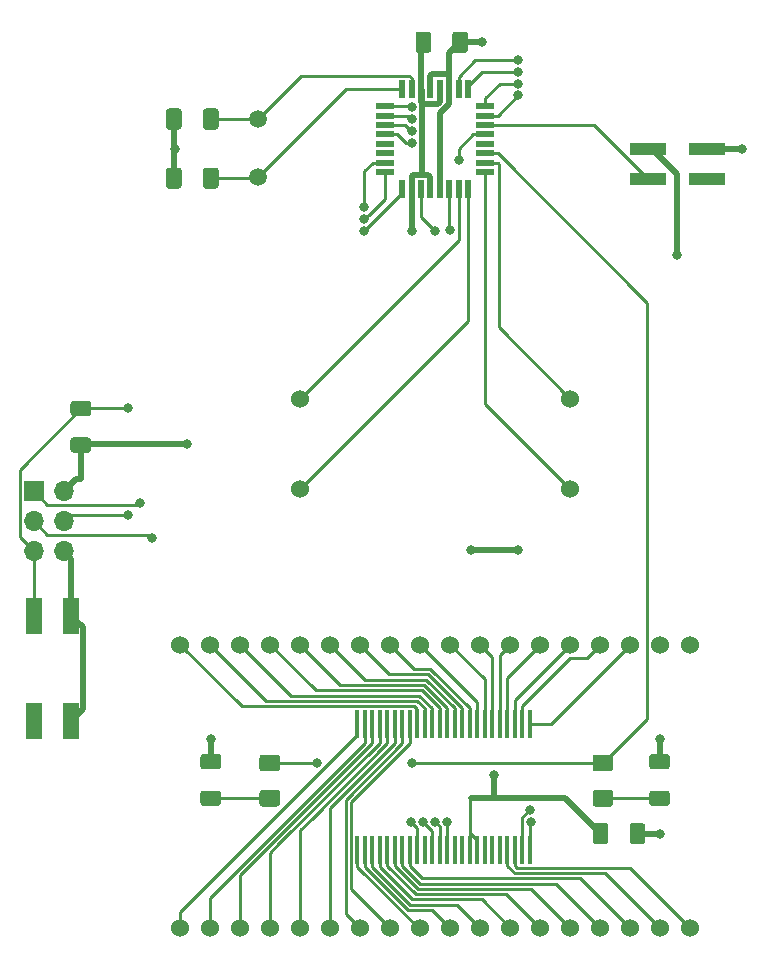
<source format=gbr>
%TF.GenerationSoftware,KiCad,Pcbnew,5.1.10*%
%TF.CreationDate,2021-09-26T09:19:48+10:00*%
%TF.ProjectId,pcb-main,7063622d-6d61-4696-9e2e-6b696361645f,rev?*%
%TF.SameCoordinates,Original*%
%TF.FileFunction,Copper,L1,Top*%
%TF.FilePolarity,Positive*%
%FSLAX46Y46*%
G04 Gerber Fmt 4.6, Leading zero omitted, Abs format (unit mm)*
G04 Created by KiCad (PCBNEW 5.1.10) date 2021-09-26 09:19:48*
%MOMM*%
%LPD*%
G01*
G04 APERTURE LIST*
%TA.AperFunction,SMDPad,CuDef*%
%ADD10R,1.400000X3.100000*%
%TD*%
%TA.AperFunction,ComponentPad*%
%ADD11O,1.700000X1.700000*%
%TD*%
%TA.AperFunction,ComponentPad*%
%ADD12R,1.700000X1.700000*%
%TD*%
%TA.AperFunction,ComponentPad*%
%ADD13C,1.524000*%
%TD*%
%TA.AperFunction,SMDPad,CuDef*%
%ADD14R,0.400000X2.400000*%
%TD*%
%TA.AperFunction,SMDPad,CuDef*%
%ADD15R,3.150000X1.000000*%
%TD*%
%TA.AperFunction,ComponentPad*%
%ADD16C,1.500000*%
%TD*%
%TA.AperFunction,SMDPad,CuDef*%
%ADD17R,1.600000X0.550000*%
%TD*%
%TA.AperFunction,SMDPad,CuDef*%
%ADD18R,0.550000X1.600000*%
%TD*%
%TA.AperFunction,ViaPad*%
%ADD19C,0.800000*%
%TD*%
%TA.AperFunction,Conductor*%
%ADD20C,0.500000*%
%TD*%
%TA.AperFunction,Conductor*%
%ADD21C,0.250000*%
%TD*%
G04 APERTURE END LIST*
D10*
%TO.P,U4,4*%
%TO.N,GND*%
X119200000Y-117450000D03*
%TO.P,U4,2*%
%TO.N,Net-(U4-Pad2)*%
X116000000Y-117450000D03*
%TO.P,U4,1*%
%TO.N,/RESET*%
X116000000Y-108550000D03*
%TO.P,U4,3*%
%TO.N,GND*%
X119200000Y-108550000D03*
%TD*%
D11*
%TO.P,J1,6*%
%TO.N,GND*%
X118540000Y-103080000D03*
%TO.P,J1,5*%
%TO.N,/RESET*%
X116000000Y-103080000D03*
%TO.P,J1,4*%
%TO.N,/PB3*%
X118540000Y-100540000D03*
%TO.P,J1,3*%
%TO.N,/PB5*%
X116000000Y-100540000D03*
%TO.P,J1,2*%
%TO.N,+5V*%
X118540000Y-98000000D03*
D12*
%TO.P,J1,1*%
%TO.N,/PB4*%
X116000000Y-98000000D03*
%TD*%
D13*
%TO.P,U3,36*%
%TO.N,/SEG16*%
X128410880Y-111027040D03*
%TO.P,U3,35*%
%TO.N,/SEG17*%
X130950880Y-111027040D03*
%TO.P,U3,34*%
%TO.N,/SEG18*%
X133490880Y-111027040D03*
%TO.P,U3,33*%
%TO.N,/SEG19*%
X136030880Y-111027040D03*
%TO.P,U3,32*%
%TO.N,/SEG20*%
X138570880Y-111027040D03*
%TO.P,U3,31*%
%TO.N,/SEG21*%
X141110880Y-111027040D03*
%TO.P,U3,30*%
%TO.N,/SEG22*%
X143650880Y-111027040D03*
%TO.P,U3,29*%
%TO.N,/SEG23*%
X146190880Y-111027040D03*
%TO.P,U3,28*%
%TO.N,/SEG24*%
X148730880Y-111027040D03*
%TO.P,U3,27*%
%TO.N,/SEG25*%
X151270880Y-111027040D03*
%TO.P,U3,26*%
%TO.N,/SEG26*%
X153810880Y-111027040D03*
%TO.P,U3,25*%
%TO.N,/SEG27*%
X156350880Y-111027040D03*
%TO.P,U3,24*%
%TO.N,/SEG28*%
X158890880Y-111027040D03*
%TO.P,U3,23*%
%TO.N,/SEG29*%
X161430880Y-111027040D03*
%TO.P,U3,22*%
%TO.N,/SEG30*%
X163970880Y-111027040D03*
%TO.P,U3,21*%
%TO.N,/SEG31*%
X166510880Y-111027040D03*
%TO.P,U3,20*%
%TO.N,/COM2*%
X169050880Y-111027040D03*
%TO.P,U3,19*%
%TO.N,/COM3*%
X171590880Y-111027040D03*
%TO.P,U3,18*%
%TO.N,/COM1*%
X171590880Y-135000000D03*
%TO.P,U3,17*%
%TO.N,/COM0*%
X169050880Y-135000000D03*
%TO.P,U3,16*%
%TO.N,/SEG0*%
X166510880Y-135000000D03*
%TO.P,U3,15*%
%TO.N,/SEG1*%
X163970880Y-135000000D03*
%TO.P,U3,14*%
%TO.N,/SEG2*%
X161430880Y-135000000D03*
%TO.P,U3,13*%
%TO.N,/SEG3*%
X158890880Y-135000000D03*
%TO.P,U3,12*%
%TO.N,/SEG4*%
X156350880Y-135000000D03*
%TO.P,U3,11*%
%TO.N,/SEG5*%
X153810880Y-135000000D03*
%TO.P,U3,10*%
%TO.N,/SEG6*%
X151270880Y-135000000D03*
%TO.P,U3,9*%
%TO.N,/SEG7*%
X148730880Y-135000000D03*
%TO.P,U3,8*%
%TO.N,/SEG15*%
X146190880Y-135000000D03*
%TO.P,U3,7*%
%TO.N,/SEG14*%
X143650880Y-135000000D03*
%TO.P,U3,6*%
%TO.N,/SEG13*%
X141110880Y-135000000D03*
%TO.P,U3,5*%
%TO.N,/SEG12*%
X138570880Y-135000000D03*
%TO.P,U3,4*%
%TO.N,/SEG11*%
X136030880Y-135000000D03*
%TO.P,U3,3*%
%TO.N,/SEG10*%
X133490880Y-135000000D03*
%TO.P,U3,2*%
%TO.N,/SEG9*%
X130950880Y-135000000D03*
%TO.P,U3,1*%
%TO.N,/SEG8*%
X128410880Y-135000000D03*
%TD*%
D14*
%TO.P,U2,1*%
%TO.N,/SEG7*%
X143397500Y-128350000D03*
%TO.P,U2,2*%
%TO.N,/SEG6*%
X144032500Y-128350000D03*
%TO.P,U2,3*%
%TO.N,/SEG5*%
X144667500Y-128350000D03*
%TO.P,U2,4*%
%TO.N,/SEG4*%
X145302500Y-128350000D03*
%TO.P,U2,5*%
%TO.N,/SEG3*%
X145937500Y-128350000D03*
%TO.P,U2,6*%
%TO.N,/SEG2*%
X146572500Y-128350000D03*
%TO.P,U2,7*%
%TO.N,/SEG1*%
X147207500Y-128350000D03*
%TO.P,U2,8*%
%TO.N,/SEG0*%
X147842500Y-128350000D03*
%TO.P,U2,9*%
%TO.N,/PB3*%
X148477500Y-128350000D03*
%TO.P,U2,10*%
%TO.N,Net-(U2-Pad10)*%
X149112500Y-128350000D03*
%TO.P,U2,11*%
%TO.N,/PB4*%
X149747500Y-128350000D03*
%TO.P,U2,12*%
%TO.N,/PB5*%
X150382500Y-128350000D03*
%TO.P,U2,13*%
%TO.N,GND*%
X151017500Y-128350000D03*
%TO.P,U2,14*%
%TO.N,Net-(U2-Pad14)*%
X151652500Y-128350000D03*
%TO.P,U2,15*%
%TO.N,Net-(U2-Pad15)*%
X152287500Y-128350000D03*
%TO.P,U2,16*%
%TO.N,+5V*%
X152922500Y-128350000D03*
%TO.P,U2,17*%
X153557500Y-128350000D03*
%TO.P,U2,18*%
%TO.N,Net-(U2-Pad18)*%
X154192500Y-128350000D03*
%TO.P,U2,19*%
%TO.N,Net-(U2-Pad19)*%
X154827500Y-128350000D03*
%TO.P,U2,20*%
%TO.N,Net-(U2-Pad20)*%
X155462500Y-128350000D03*
%TO.P,U2,21*%
%TO.N,/COM0*%
X156097500Y-128350000D03*
%TO.P,U2,22*%
%TO.N,/COM1*%
X156732500Y-128350000D03*
%TO.P,U2,23*%
%TO.N,/COM2*%
X157367500Y-128350000D03*
%TO.P,U2,24*%
%TO.N,/COM3*%
X158002500Y-128350000D03*
%TO.P,U2,25*%
%TO.N,/SEG31*%
X158002500Y-117750000D03*
%TO.P,U2,26*%
%TO.N,/SEG30*%
X157367500Y-117750000D03*
%TO.P,U2,27*%
%TO.N,/SEG29*%
X156732500Y-117750000D03*
%TO.P,U2,28*%
%TO.N,/SEG28*%
X156097500Y-117750000D03*
%TO.P,U2,29*%
%TO.N,/SEG27*%
X155462500Y-117750000D03*
%TO.P,U2,30*%
%TO.N,/SEG26*%
X154827500Y-117750000D03*
%TO.P,U2,31*%
%TO.N,/SEG25*%
X154192500Y-117750000D03*
%TO.P,U2,32*%
%TO.N,/SEG24*%
X153557500Y-117750000D03*
%TO.P,U2,33*%
%TO.N,/SEG23*%
X152922500Y-117750000D03*
%TO.P,U2,34*%
%TO.N,/SEG22*%
X152287500Y-117750000D03*
%TO.P,U2,35*%
%TO.N,/SEG21*%
X151652500Y-117750000D03*
%TO.P,U2,36*%
%TO.N,/SEG20*%
X151017500Y-117750000D03*
%TO.P,U2,37*%
%TO.N,/SEG19*%
X150382500Y-117750000D03*
%TO.P,U2,38*%
%TO.N,/SEG18*%
X149747500Y-117750000D03*
%TO.P,U2,39*%
%TO.N,/SEG17*%
X149112500Y-117750000D03*
%TO.P,U2,40*%
%TO.N,/SEG16*%
X148477500Y-117750000D03*
%TO.P,U2,41*%
%TO.N,/SEG15*%
X147842500Y-117750000D03*
%TO.P,U2,42*%
%TO.N,/SEG14*%
X147207500Y-117750000D03*
%TO.P,U2,43*%
%TO.N,/SEG13*%
X146572500Y-117750000D03*
%TO.P,U2,44*%
%TO.N,/SEG12*%
X145937500Y-117750000D03*
%TO.P,U2,45*%
%TO.N,/SEG11*%
X145302500Y-117750000D03*
%TO.P,U2,46*%
%TO.N,/SEG10*%
X144667500Y-117750000D03*
%TO.P,U2,47*%
%TO.N,/SEG9*%
X144032500Y-117750000D03*
%TO.P,U2,48*%
%TO.N,/SEG8*%
X143397500Y-117750000D03*
%TD*%
D15*
%TO.P,J3,4*%
%TO.N,Net-(J3-Pad4)*%
X173050000Y-71540000D03*
%TO.P,J3,3*%
%TO.N,/PD0*%
X168000000Y-71540000D03*
%TO.P,J3,2*%
%TO.N,GND*%
X173050000Y-69000000D03*
%TO.P,J3,1*%
%TO.N,+5V*%
X168000000Y-69000000D03*
%TD*%
D13*
%TO.P,M1,4*%
%TO.N,/MOT_4*%
X161430000Y-97810000D03*
%TO.P,M1,3*%
%TO.N,/MOT_3*%
X161430000Y-90190000D03*
%TO.P,M1,2*%
%TO.N,/MOT_2*%
X138570000Y-90190000D03*
%TO.P,M1,1*%
%TO.N,/MOT_1*%
X138570000Y-97810000D03*
%TD*%
%TO.P,C4,2*%
%TO.N,GND*%
%TA.AperFunction,SMDPad,CuDef*%
G36*
G01*
X166462500Y-127650001D02*
X166462500Y-126349999D01*
G75*
G02*
X166712499Y-126100000I249999J0D01*
G01*
X167537501Y-126100000D01*
G75*
G02*
X167787500Y-126349999I0J-249999D01*
G01*
X167787500Y-127650001D01*
G75*
G02*
X167537501Y-127900000I-249999J0D01*
G01*
X166712499Y-127900000D01*
G75*
G02*
X166462500Y-127650001I0J249999D01*
G01*
G37*
%TD.AperFunction*%
%TO.P,C4,1*%
%TO.N,+5V*%
%TA.AperFunction,SMDPad,CuDef*%
G36*
G01*
X163337500Y-127650001D02*
X163337500Y-126349999D01*
G75*
G02*
X163587499Y-126100000I249999J0D01*
G01*
X164412501Y-126100000D01*
G75*
G02*
X164662500Y-126349999I0J-249999D01*
G01*
X164662500Y-127650001D01*
G75*
G02*
X164412501Y-127900000I-249999J0D01*
G01*
X163587499Y-127900000D01*
G75*
G02*
X163337500Y-127650001I0J249999D01*
G01*
G37*
%TD.AperFunction*%
%TD*%
D16*
%TO.P,Y1,2*%
%TO.N,/XTAL2*%
X135000000Y-71380000D03*
%TO.P,Y1,1*%
%TO.N,/XTAL1*%
X135000000Y-66500000D03*
%TD*%
%TO.P,R7,2*%
%TO.N,+5V*%
%TA.AperFunction,SMDPad,CuDef*%
G36*
G01*
X119375000Y-93450000D02*
X120625000Y-93450000D01*
G75*
G02*
X120875000Y-93700000I0J-250000D01*
G01*
X120875000Y-94500000D01*
G75*
G02*
X120625000Y-94750000I-250000J0D01*
G01*
X119375000Y-94750000D01*
G75*
G02*
X119125000Y-94500000I0J250000D01*
G01*
X119125000Y-93700000D01*
G75*
G02*
X119375000Y-93450000I250000J0D01*
G01*
G37*
%TD.AperFunction*%
%TO.P,R7,1*%
%TO.N,/RESET*%
%TA.AperFunction,SMDPad,CuDef*%
G36*
G01*
X119375000Y-90350000D02*
X120625000Y-90350000D01*
G75*
G02*
X120875000Y-90600000I0J-250000D01*
G01*
X120875000Y-91400000D01*
G75*
G02*
X120625000Y-91650000I-250000J0D01*
G01*
X119375000Y-91650000D01*
G75*
G02*
X119125000Y-91400000I0J250000D01*
G01*
X119125000Y-90600000D01*
G75*
G02*
X119375000Y-90350000I250000J0D01*
G01*
G37*
%TD.AperFunction*%
%TD*%
%TO.P,C3,2*%
%TO.N,GND*%
%TA.AperFunction,SMDPad,CuDef*%
G36*
G01*
X128537500Y-70849999D02*
X128537500Y-72150001D01*
G75*
G02*
X128287501Y-72400000I-249999J0D01*
G01*
X127462499Y-72400000D01*
G75*
G02*
X127212500Y-72150001I0J249999D01*
G01*
X127212500Y-70849999D01*
G75*
G02*
X127462499Y-70600000I249999J0D01*
G01*
X128287501Y-70600000D01*
G75*
G02*
X128537500Y-70849999I0J-249999D01*
G01*
G37*
%TD.AperFunction*%
%TO.P,C3,1*%
%TO.N,/XTAL2*%
%TA.AperFunction,SMDPad,CuDef*%
G36*
G01*
X131662500Y-70849999D02*
X131662500Y-72150001D01*
G75*
G02*
X131412501Y-72400000I-249999J0D01*
G01*
X130587499Y-72400000D01*
G75*
G02*
X130337500Y-72150001I0J249999D01*
G01*
X130337500Y-70849999D01*
G75*
G02*
X130587499Y-70600000I249999J0D01*
G01*
X131412501Y-70600000D01*
G75*
G02*
X131662500Y-70849999I0J-249999D01*
G01*
G37*
%TD.AperFunction*%
%TD*%
%TO.P,C2,2*%
%TO.N,GND*%
%TA.AperFunction,SMDPad,CuDef*%
G36*
G01*
X128537500Y-65849999D02*
X128537500Y-67150001D01*
G75*
G02*
X128287501Y-67400000I-249999J0D01*
G01*
X127462499Y-67400000D01*
G75*
G02*
X127212500Y-67150001I0J249999D01*
G01*
X127212500Y-65849999D01*
G75*
G02*
X127462499Y-65600000I249999J0D01*
G01*
X128287501Y-65600000D01*
G75*
G02*
X128537500Y-65849999I0J-249999D01*
G01*
G37*
%TD.AperFunction*%
%TO.P,C2,1*%
%TO.N,/XTAL1*%
%TA.AperFunction,SMDPad,CuDef*%
G36*
G01*
X131662500Y-65849999D02*
X131662500Y-67150001D01*
G75*
G02*
X131412501Y-67400000I-249999J0D01*
G01*
X130587499Y-67400000D01*
G75*
G02*
X130337500Y-67150001I0J249999D01*
G01*
X130337500Y-65849999D01*
G75*
G02*
X130587499Y-65600000I249999J0D01*
G01*
X131412501Y-65600000D01*
G75*
G02*
X131662500Y-65849999I0J-249999D01*
G01*
G37*
%TD.AperFunction*%
%TD*%
%TO.P,C1,2*%
%TO.N,GND*%
%TA.AperFunction,SMDPad,CuDef*%
G36*
G01*
X151462500Y-60650001D02*
X151462500Y-59349999D01*
G75*
G02*
X151712499Y-59100000I249999J0D01*
G01*
X152537501Y-59100000D01*
G75*
G02*
X152787500Y-59349999I0J-249999D01*
G01*
X152787500Y-60650001D01*
G75*
G02*
X152537501Y-60900000I-249999J0D01*
G01*
X151712499Y-60900000D01*
G75*
G02*
X151462500Y-60650001I0J249999D01*
G01*
G37*
%TD.AperFunction*%
%TO.P,C1,1*%
%TO.N,+5V*%
%TA.AperFunction,SMDPad,CuDef*%
G36*
G01*
X148337500Y-60650001D02*
X148337500Y-59349999D01*
G75*
G02*
X148587499Y-59100000I249999J0D01*
G01*
X149412501Y-59100000D01*
G75*
G02*
X149662500Y-59349999I0J-249999D01*
G01*
X149662500Y-60650001D01*
G75*
G02*
X149412501Y-60900000I-249999J0D01*
G01*
X148587499Y-60900000D01*
G75*
G02*
X148337500Y-60650001I0J249999D01*
G01*
G37*
%TD.AperFunction*%
%TD*%
%TO.P,R6,2*%
%TO.N,GND*%
%TA.AperFunction,SMDPad,CuDef*%
G36*
G01*
X169625000Y-121550000D02*
X168375000Y-121550000D01*
G75*
G02*
X168125000Y-121300000I0J250000D01*
G01*
X168125000Y-120500000D01*
G75*
G02*
X168375000Y-120250000I250000J0D01*
G01*
X169625000Y-120250000D01*
G75*
G02*
X169875000Y-120500000I0J-250000D01*
G01*
X169875000Y-121300000D01*
G75*
G02*
X169625000Y-121550000I-250000J0D01*
G01*
G37*
%TD.AperFunction*%
%TO.P,R6,1*%
%TO.N,Net-(D14-Pad1)*%
%TA.AperFunction,SMDPad,CuDef*%
G36*
G01*
X169625000Y-124650000D02*
X168375000Y-124650000D01*
G75*
G02*
X168125000Y-124400000I0J250000D01*
G01*
X168125000Y-123600000D01*
G75*
G02*
X168375000Y-123350000I250000J0D01*
G01*
X169625000Y-123350000D01*
G75*
G02*
X169875000Y-123600000I0J-250000D01*
G01*
X169875000Y-124400000D01*
G75*
G02*
X169625000Y-124650000I-250000J0D01*
G01*
G37*
%TD.AperFunction*%
%TD*%
%TO.P,R3,2*%
%TO.N,GND*%
%TA.AperFunction,SMDPad,CuDef*%
G36*
G01*
X131625000Y-121550000D02*
X130375000Y-121550000D01*
G75*
G02*
X130125000Y-121300000I0J250000D01*
G01*
X130125000Y-120500000D01*
G75*
G02*
X130375000Y-120250000I250000J0D01*
G01*
X131625000Y-120250000D01*
G75*
G02*
X131875000Y-120500000I0J-250000D01*
G01*
X131875000Y-121300000D01*
G75*
G02*
X131625000Y-121550000I-250000J0D01*
G01*
G37*
%TD.AperFunction*%
%TO.P,R3,1*%
%TO.N,Net-(D11-Pad1)*%
%TA.AperFunction,SMDPad,CuDef*%
G36*
G01*
X131625000Y-124650000D02*
X130375000Y-124650000D01*
G75*
G02*
X130125000Y-124400000I0J250000D01*
G01*
X130125000Y-123600000D01*
G75*
G02*
X130375000Y-123350000I250000J0D01*
G01*
X131625000Y-123350000D01*
G75*
G02*
X131875000Y-123600000I0J-250000D01*
G01*
X131875000Y-124400000D01*
G75*
G02*
X131625000Y-124650000I-250000J0D01*
G01*
G37*
%TD.AperFunction*%
%TD*%
%TO.P,D14,2*%
%TO.N,/BACKLIGHT_LED*%
%TA.AperFunction,SMDPad,CuDef*%
G36*
G01*
X164825000Y-121737500D02*
X163575000Y-121737500D01*
G75*
G02*
X163325000Y-121487500I0J250000D01*
G01*
X163325000Y-120562500D01*
G75*
G02*
X163575000Y-120312500I250000J0D01*
G01*
X164825000Y-120312500D01*
G75*
G02*
X165075000Y-120562500I0J-250000D01*
G01*
X165075000Y-121487500D01*
G75*
G02*
X164825000Y-121737500I-250000J0D01*
G01*
G37*
%TD.AperFunction*%
%TO.P,D14,1*%
%TO.N,Net-(D14-Pad1)*%
%TA.AperFunction,SMDPad,CuDef*%
G36*
G01*
X164825000Y-124712500D02*
X163575000Y-124712500D01*
G75*
G02*
X163325000Y-124462500I0J250000D01*
G01*
X163325000Y-123537500D01*
G75*
G02*
X163575000Y-123287500I250000J0D01*
G01*
X164825000Y-123287500D01*
G75*
G02*
X165075000Y-123537500I0J-250000D01*
G01*
X165075000Y-124462500D01*
G75*
G02*
X164825000Y-124712500I-250000J0D01*
G01*
G37*
%TD.AperFunction*%
%TD*%
%TO.P,D11,2*%
%TO.N,/BACKLIGHT_LED*%
%TA.AperFunction,SMDPad,CuDef*%
G36*
G01*
X136625000Y-121737500D02*
X135375000Y-121737500D01*
G75*
G02*
X135125000Y-121487500I0J250000D01*
G01*
X135125000Y-120562500D01*
G75*
G02*
X135375000Y-120312500I250000J0D01*
G01*
X136625000Y-120312500D01*
G75*
G02*
X136875000Y-120562500I0J-250000D01*
G01*
X136875000Y-121487500D01*
G75*
G02*
X136625000Y-121737500I-250000J0D01*
G01*
G37*
%TD.AperFunction*%
%TO.P,D11,1*%
%TO.N,Net-(D11-Pad1)*%
%TA.AperFunction,SMDPad,CuDef*%
G36*
G01*
X136625000Y-124712500D02*
X135375000Y-124712500D01*
G75*
G02*
X135125000Y-124462500I0J250000D01*
G01*
X135125000Y-123537500D01*
G75*
G02*
X135375000Y-123287500I250000J0D01*
G01*
X136625000Y-123287500D01*
G75*
G02*
X136875000Y-123537500I0J-250000D01*
G01*
X136875000Y-124462500D01*
G75*
G02*
X136625000Y-124712500I-250000J0D01*
G01*
G37*
%TD.AperFunction*%
%TD*%
D17*
%TO.P,U1,32*%
%TO.N,/PD2*%
X154250000Y-65400000D03*
%TO.P,U1,31*%
%TO.N,/PD1*%
X154250000Y-66200000D03*
%TO.P,U1,30*%
%TO.N,/PD0*%
X154250000Y-67000000D03*
%TO.P,U1,29*%
%TO.N,/RESET*%
X154250000Y-67800000D03*
%TO.P,U1,28*%
%TO.N,Net-(U1-Pad28)*%
X154250000Y-68600000D03*
%TO.P,U1,27*%
%TO.N,/BACKLIGHT_LED*%
X154250000Y-69400000D03*
%TO.P,U1,26*%
%TO.N,/MOT_3*%
X154250000Y-70200000D03*
%TO.P,U1,25*%
%TO.N,/MOT_4*%
X154250000Y-71000000D03*
D18*
%TO.P,U1,24*%
%TO.N,/MOT_1*%
X152800000Y-72450000D03*
%TO.P,U1,23*%
%TO.N,/MOT_2*%
X152000000Y-72450000D03*
%TO.P,U1,22*%
%TO.N,/ADC7*%
X151200000Y-72450000D03*
%TO.P,U1,21*%
%TO.N,GND*%
X150400000Y-72450000D03*
%TO.P,U1,20*%
%TO.N,+5V*%
X149600000Y-72450000D03*
%TO.P,U1,19*%
%TO.N,/ADC6*%
X148800000Y-72450000D03*
%TO.P,U1,18*%
%TO.N,+5V*%
X148000000Y-72450000D03*
%TO.P,U1,17*%
%TO.N,/PB5*%
X147200000Y-72450000D03*
D17*
%TO.P,U1,16*%
%TO.N,/PB4*%
X145750000Y-71000000D03*
%TO.P,U1,15*%
%TO.N,/PB3*%
X145750000Y-70200000D03*
%TO.P,U1,14*%
%TO.N,Net-(U1-Pad14)*%
X145750000Y-69400000D03*
%TO.P,U1,13*%
%TO.N,Net-(U1-Pad13)*%
X145750000Y-68600000D03*
%TO.P,U1,12*%
%TO.N,/PB0*%
X145750000Y-67800000D03*
%TO.P,U1,11*%
%TO.N,/PD7*%
X145750000Y-67000000D03*
%TO.P,U1,10*%
%TO.N,/PD6*%
X145750000Y-66200000D03*
%TO.P,U1,9*%
%TO.N,/PD5*%
X145750000Y-65400000D03*
D18*
%TO.P,U1,8*%
%TO.N,/XTAL2*%
X147200000Y-63950000D03*
%TO.P,U1,7*%
%TO.N,/XTAL1*%
X148000000Y-63950000D03*
%TO.P,U1,6*%
%TO.N,+5V*%
X148800000Y-63950000D03*
%TO.P,U1,5*%
%TO.N,GND*%
X149600000Y-63950000D03*
%TO.P,U1,4*%
%TO.N,+5V*%
X150400000Y-63950000D03*
%TO.P,U1,3*%
%TO.N,GND*%
X151200000Y-63950000D03*
%TO.P,U1,2*%
%TO.N,/PD4*%
X152000000Y-63950000D03*
%TO.P,U1,1*%
%TO.N,/PD3*%
X152800000Y-63950000D03*
%TD*%
D19*
%TO.N,+5V*%
X148000000Y-76000000D03*
X170500000Y-78000000D03*
X129000000Y-94000000D03*
X155000000Y-122000000D03*
%TO.N,GND*%
X154000000Y-60000000D03*
X169000000Y-127000000D03*
X169000000Y-119000000D03*
X131000000Y-119000000D03*
X151013270Y-125999766D03*
X128000000Y-69000000D03*
X157000000Y-103000000D03*
X153000000Y-103000000D03*
X176000000Y-69000000D03*
%TO.N,/RESET*%
X152000000Y-70000000D03*
X124000000Y-91000000D03*
%TO.N,/COM3*%
X158092500Y-126012653D03*
%TO.N,/COM2*%
X158000000Y-125000000D03*
%TO.N,/BACKLIGHT_LED*%
X140000000Y-121000000D03*
X148000000Y-121000000D03*
%TO.N,/PB3*%
X147987347Y-126012653D03*
X124000000Y-100000000D03*
X143994204Y-73978197D03*
%TO.N,/PB5*%
X150012653Y-125987347D03*
X126000000Y-102000000D03*
X144000000Y-76000000D03*
%TO.N,/PB4*%
X149000000Y-126000000D03*
X143987347Y-74987347D03*
X125000000Y-99000000D03*
%TO.N,/ADC6*%
X150000000Y-76000000D03*
%TO.N,/ADC7*%
X151275000Y-75922264D03*
%TO.N,/PB0*%
X148000000Y-68500000D03*
%TO.N,/PD1*%
X157000000Y-64500000D03*
%TO.N,/PD7*%
X148000000Y-67500000D03*
%TO.N,/PD2*%
X157000000Y-63500000D03*
%TO.N,/PD6*%
X148000000Y-66500000D03*
%TO.N,/PD3*%
X157000000Y-62500000D03*
%TO.N,/PD5*%
X148000000Y-65500000D03*
%TO.N,/PD4*%
X157000000Y-61500000D03*
%TD*%
D20*
%TO.N,+5V*%
X148800000Y-60200000D02*
X149000000Y-60000000D01*
X148800000Y-63950000D02*
X148800000Y-60200000D01*
X150400000Y-65035002D02*
X150400000Y-63950000D01*
X150235001Y-65200001D02*
X150400000Y-65035002D01*
X148964999Y-65200001D02*
X150235001Y-65200001D01*
X148800000Y-65035002D02*
X148964999Y-65200001D01*
X148800000Y-63950000D02*
X148800000Y-65035002D01*
X148000000Y-71364998D02*
X148000000Y-72450000D01*
X148164999Y-71199999D02*
X148000000Y-71364998D01*
X149600000Y-71364998D02*
X149435001Y-71199999D01*
X149600000Y-72450000D02*
X149600000Y-71364998D01*
X148850001Y-71149999D02*
X148800001Y-71199999D01*
X148850001Y-64000001D02*
X148850001Y-71149999D01*
X148800000Y-63950000D02*
X148850001Y-64000001D01*
X148800001Y-71199999D02*
X148164999Y-71199999D01*
X149435001Y-71199999D02*
X148800001Y-71199999D01*
X148000000Y-76000000D02*
X148000000Y-72450000D01*
X161000000Y-124000000D02*
X164000000Y-127000000D01*
D21*
X152922500Y-124077500D02*
X153000000Y-124000000D01*
X153557500Y-127557500D02*
X152922500Y-126922500D01*
X153557500Y-127750000D02*
X153557500Y-127557500D01*
X152922500Y-126922500D02*
X152922500Y-124077500D01*
X152922500Y-127750000D02*
X152922500Y-126922500D01*
D20*
X120000000Y-94100000D02*
X120000000Y-96970000D01*
X168345002Y-69000000D02*
X168000000Y-69000000D01*
X170500000Y-71154998D02*
X168345002Y-69000000D01*
X170500000Y-78000000D02*
X170500000Y-71154998D01*
X119570000Y-96970000D02*
X118540000Y-98000000D01*
X120000000Y-96970000D02*
X119570000Y-96970000D01*
X155000000Y-122000000D02*
X155000000Y-124000000D01*
X155000000Y-124000000D02*
X161000000Y-124000000D01*
X153000000Y-124000000D02*
X155000000Y-124000000D01*
X120100000Y-94000000D02*
X120000000Y-94100000D01*
X129000000Y-94000000D02*
X120100000Y-94000000D01*
%TO.N,GND*%
X151200000Y-62864998D02*
X151200000Y-63950000D01*
X151035001Y-62699999D02*
X151200000Y-62864998D01*
X149764999Y-62699999D02*
X151035001Y-62699999D01*
X149600000Y-62864998D02*
X149764999Y-62699999D01*
X149600000Y-63950000D02*
X149600000Y-62864998D01*
X151200000Y-60925000D02*
X152125000Y-60000000D01*
X151200000Y-63950000D02*
X151200000Y-60925000D01*
X151200000Y-65224965D02*
X151200000Y-63950000D01*
X150400000Y-66024965D02*
X151200000Y-65224965D01*
X150400000Y-72450000D02*
X150400000Y-66024965D01*
X152125000Y-60000000D02*
X154000000Y-60000000D01*
X167125000Y-127000000D02*
X169000000Y-127000000D01*
X169000000Y-120900000D02*
X169000000Y-119000000D01*
X131000000Y-120900000D02*
X131000000Y-119000000D01*
D21*
X151017500Y-126003996D02*
X151013270Y-125999766D01*
X151017500Y-127750000D02*
X151017500Y-126003996D01*
D20*
X127875000Y-69125000D02*
X128000000Y-69000000D01*
X127875000Y-71500000D02*
X127875000Y-69125000D01*
X127875000Y-69125000D02*
X127875000Y-66500000D01*
X157000000Y-103000000D02*
X153000000Y-103000000D01*
X120186013Y-109536013D02*
X119200000Y-108550000D01*
X120186013Y-116463987D02*
X120186013Y-109536013D01*
X119200000Y-117450000D02*
X120186013Y-116463987D01*
X119200000Y-103740000D02*
X118540000Y-103080000D01*
X119200000Y-108550000D02*
X119200000Y-103740000D01*
X173050000Y-69000000D02*
X176000000Y-69000000D01*
D21*
%TO.N,/RESET*%
X152000000Y-69000000D02*
X152000000Y-70000000D01*
X153200000Y-67800000D02*
X152000000Y-69000000D01*
X154250000Y-67800000D02*
X153200000Y-67800000D01*
X120000000Y-91000000D02*
X124000000Y-91000000D01*
X114824999Y-96175001D02*
X114824999Y-101904999D01*
X114824999Y-101904999D02*
X116000000Y-103080000D01*
X120000000Y-91000000D02*
X114824999Y-96175001D01*
X116000000Y-108550000D02*
X116000000Y-103080000D01*
%TO.N,/SEG8*%
X143397500Y-118675502D02*
X143397500Y-118350000D01*
X128410880Y-133662122D02*
X143397500Y-118675502D01*
X128410880Y-135000000D02*
X128410880Y-133662122D01*
%TO.N,/SEG9*%
X144032500Y-118100000D02*
X144032500Y-119329748D01*
X130950880Y-132411368D02*
X131681124Y-131681124D01*
X130950880Y-135000000D02*
X130950880Y-132411368D01*
X144032500Y-119329748D02*
X131681124Y-131681124D01*
%TO.N,/SEG10*%
X144667500Y-118100000D02*
X144667500Y-119331158D01*
X133490880Y-130507778D02*
X133999329Y-129999329D01*
X133490880Y-135000000D02*
X133490880Y-130507778D01*
X144667500Y-119331158D02*
X133999329Y-129999329D01*
%TO.N,/SEG11*%
X145302500Y-118100000D02*
X145302500Y-119332568D01*
X136030880Y-128604188D02*
X136817534Y-127817534D01*
X136030880Y-135000000D02*
X136030880Y-128604188D01*
X145302500Y-119332568D02*
X136817534Y-127817534D01*
%TO.N,/SEG12*%
X145937500Y-118100000D02*
X145937500Y-119333978D01*
X138570880Y-126700598D02*
X139635739Y-125635739D01*
X138570880Y-135000000D02*
X138570880Y-126700598D01*
X145937500Y-119333978D02*
X139635739Y-125635739D01*
%TO.N,/SEG13*%
X146572500Y-118100000D02*
X146572500Y-119335388D01*
X141110880Y-124797008D02*
X141953944Y-123953944D01*
X141110880Y-135000000D02*
X141110880Y-124797008D01*
X146572500Y-119335388D02*
X141953944Y-123953944D01*
%TO.N,/SEG14*%
X142422489Y-124121809D02*
X142422489Y-132976569D01*
X147207500Y-119336798D02*
X142422489Y-124121809D01*
X147207500Y-118100000D02*
X147207500Y-119336798D01*
X142422489Y-133771609D02*
X142422489Y-132976569D01*
X143650880Y-135000000D02*
X142422489Y-133771609D01*
%TO.N,/SEG15*%
X147842500Y-119338208D02*
X142872499Y-124308209D01*
X147842500Y-118100000D02*
X147842500Y-119338208D01*
X142872499Y-131681619D02*
X142872499Y-130872499D01*
X146190880Y-135000000D02*
X142872499Y-131681619D01*
X142872499Y-124308209D02*
X142872499Y-130872499D01*
%TO.N,/SEG16*%
X128410880Y-111027040D02*
X133608839Y-116224999D01*
X148477500Y-116477500D02*
X148477500Y-117750000D01*
X148224999Y-116224999D02*
X148477500Y-116477500D01*
X133608839Y-116224999D02*
X148224999Y-116224999D01*
%TO.N,/SEG17*%
X130950880Y-111027040D02*
X135698829Y-115774989D01*
X149112500Y-116399998D02*
X149112500Y-117750000D01*
X148487491Y-115774989D02*
X149112500Y-116399998D01*
X135698829Y-115774989D02*
X148487491Y-115774989D01*
%TO.N,/SEG18*%
X133490880Y-111027040D02*
X137788819Y-115324979D01*
X149747500Y-116398588D02*
X149747500Y-117750000D01*
X148673892Y-115324980D02*
X149747500Y-116398588D01*
X137788819Y-115324979D02*
X148673892Y-115324980D01*
%TO.N,/SEG19*%
X136030880Y-111027040D02*
X139878810Y-114874970D01*
X150382500Y-116397178D02*
X150382500Y-117750000D01*
X148860293Y-114874971D02*
X150382500Y-116397178D01*
X139878810Y-114874970D02*
X148860293Y-114874971D01*
%TO.N,/SEG20*%
X138570880Y-111027040D02*
X141968801Y-114424961D01*
X151017500Y-116395768D02*
X151017500Y-117750000D01*
X149046694Y-114424962D02*
X151017500Y-116395768D01*
X141968801Y-114424961D02*
X149046694Y-114424962D01*
%TO.N,/SEG21*%
X141110880Y-111027040D02*
X144058792Y-113974952D01*
X144058792Y-113974952D02*
X149233095Y-113974953D01*
X151652500Y-116394358D02*
X151652500Y-117750000D01*
X149233095Y-113974953D02*
X151652500Y-116394358D01*
%TO.N,/SEG22*%
X143650880Y-111027040D02*
X146123840Y-113500000D01*
X149024943Y-113524943D02*
X149419496Y-113524944D01*
X149000000Y-113500000D02*
X149024943Y-113524943D01*
X146123840Y-113500000D02*
X149000000Y-113500000D01*
X152287500Y-116392948D02*
X152287500Y-117750000D01*
X149419496Y-113524944D02*
X152287500Y-116392948D01*
%TO.N,/SEG23*%
X152922500Y-118350000D02*
X152922500Y-117244360D01*
X146190880Y-111027040D02*
X148213830Y-113049990D01*
X148213830Y-113049990D02*
X149580952Y-113049990D01*
X152922500Y-116391538D02*
X152922500Y-117750000D01*
X149580952Y-113049990D02*
X152922500Y-116391538D01*
%TO.N,/SEG24*%
X153557500Y-115853660D02*
X153557500Y-117750000D01*
X148730880Y-111027040D02*
X153557500Y-115853660D01*
%TO.N,/SEG25*%
X154192500Y-113948660D02*
X154192500Y-117750000D01*
X151270880Y-111027040D02*
X154192500Y-113948660D01*
%TO.N,/SEG26*%
X154827500Y-112043660D02*
X154827500Y-117750000D01*
X153810880Y-111027040D02*
X154827500Y-112043660D01*
%TO.N,/SEG27*%
X155462500Y-111915420D02*
X155462500Y-117750000D01*
X156350880Y-111027040D02*
X155462500Y-111915420D01*
%TO.N,/SEG28*%
X156097500Y-113820420D02*
X156097500Y-117750000D01*
X158890880Y-111027040D02*
X156097500Y-113820420D01*
%TO.N,/SEG29*%
X156732500Y-115725420D02*
X156732500Y-117750000D01*
X161430880Y-111027040D02*
X156732500Y-115725420D01*
%TO.N,/SEG30*%
X157367500Y-117630420D02*
X157367500Y-118350000D01*
X157367500Y-116180000D02*
X157367500Y-117750000D01*
X161433459Y-112114041D02*
X157367500Y-116180000D01*
X162883879Y-112114041D02*
X161433459Y-112114041D01*
X163970880Y-111027040D02*
X162883879Y-112114041D01*
%TO.N,/SEG31*%
X159787920Y-117750000D02*
X158002500Y-117750000D01*
X166510880Y-111027040D02*
X159787920Y-117750000D01*
%TO.N,/COM3*%
X158002500Y-126102653D02*
X158092500Y-126012653D01*
X158002500Y-127750000D02*
X158002500Y-126102653D01*
%TO.N,/COM2*%
X157367500Y-125632500D02*
X158000000Y-125000000D01*
X157367500Y-127750000D02*
X157367500Y-125632500D01*
%TO.N,/COM1*%
X156732500Y-127750000D02*
X156732500Y-128600000D01*
X156732500Y-129700002D02*
X156732500Y-128350000D01*
X156907499Y-129875001D02*
X156732500Y-129700002D01*
X166465881Y-129875001D02*
X156907499Y-129875001D01*
X171590880Y-135000000D02*
X166465881Y-129875001D01*
%TO.N,/COM0*%
X156097500Y-128601410D02*
X156097500Y-127750000D01*
X169050880Y-135000000D02*
X164375891Y-130325011D01*
X156097500Y-129701412D02*
X156097500Y-128350000D01*
X156721098Y-130325010D02*
X156097500Y-129701412D01*
X164375891Y-130325011D02*
X156721098Y-130325010D01*
%TO.N,/SEG0*%
X147842500Y-128500002D02*
X147842500Y-127750000D01*
X166510880Y-135000000D02*
X162285899Y-130775019D01*
X147842500Y-129700002D02*
X147842500Y-128350000D01*
X148917517Y-130775019D02*
X147842500Y-129700002D01*
X162285899Y-130775019D02*
X148917517Y-130775019D01*
%TO.N,/SEG1*%
X147207500Y-128501412D02*
X147207500Y-127750000D01*
X163970880Y-135000000D02*
X160195909Y-131225029D01*
X147207500Y-129701412D02*
X147207500Y-128350000D01*
X148731116Y-131225028D02*
X147207500Y-129701412D01*
X160195909Y-131225029D02*
X148731116Y-131225028D01*
%TO.N,/SEG2*%
X146572500Y-128502822D02*
X146572500Y-127750000D01*
X148544715Y-131675037D02*
X146572500Y-129702822D01*
X158105918Y-131675038D02*
X148544715Y-131675037D01*
X146572500Y-129702822D02*
X146572500Y-128350000D01*
X161430880Y-135000000D02*
X158105918Y-131675038D01*
%TO.N,/SEG3*%
X145937500Y-128504232D02*
X145937500Y-127750000D01*
X145937500Y-129704232D02*
X145937500Y-128350000D01*
X148358314Y-132125046D02*
X145937500Y-129704232D01*
X156015926Y-132125046D02*
X148358314Y-132125046D01*
X158890880Y-135000000D02*
X156015926Y-132125046D01*
%TO.N,/SEG4*%
X145302500Y-128505642D02*
X145302500Y-127750000D01*
X156350880Y-135000000D02*
X153925936Y-132575056D01*
X153925936Y-132575056D02*
X148075056Y-132575056D01*
X145302500Y-129802500D02*
X145302500Y-128350000D01*
X148075056Y-132575056D02*
X145302500Y-129802500D01*
%TO.N,/SEG5*%
X144667500Y-128507052D02*
X144667500Y-127750000D01*
X153810880Y-135000000D02*
X151835946Y-133025066D01*
X151835946Y-133025066D02*
X147888655Y-133025065D01*
X144667500Y-129803910D02*
X144667500Y-128350000D01*
X147888655Y-133025065D02*
X144667500Y-129803910D01*
%TO.N,/SEG6*%
X144032500Y-128508462D02*
X144032500Y-127750000D01*
X151270880Y-135000000D02*
X149770880Y-133500000D01*
X149770880Y-133500000D02*
X147727180Y-133500000D01*
X144032500Y-129805320D02*
X144032500Y-128350000D01*
X147727180Y-133500000D02*
X144032500Y-129805320D01*
%TO.N,/SEG7*%
X143397500Y-128602500D02*
X143397500Y-127750000D01*
X148590770Y-135000000D02*
X143397500Y-129806730D01*
X143397500Y-129806730D02*
X143397500Y-128350000D01*
X148730880Y-135000000D02*
X148590770Y-135000000D01*
%TO.N,Net-(D11-Pad1)*%
X136000000Y-124000000D02*
X131000000Y-124000000D01*
%TO.N,Net-(D14-Pad1)*%
X164200000Y-124000000D02*
X169000000Y-124000000D01*
%TO.N,/XTAL1*%
X131000000Y-66500000D02*
X135000000Y-66500000D01*
X148000000Y-63000000D02*
X148000000Y-63950000D01*
X147824999Y-62824999D02*
X148000000Y-63000000D01*
X138675001Y-62824999D02*
X147824999Y-62824999D01*
X135000000Y-66500000D02*
X138675001Y-62824999D01*
%TO.N,/XTAL2*%
X134880000Y-71500000D02*
X135000000Y-71380000D01*
X131000000Y-71500000D02*
X134880000Y-71500000D01*
X142430000Y-63950000D02*
X147200000Y-63950000D01*
X135000000Y-71380000D02*
X142430000Y-63950000D01*
%TO.N,/MOT_3*%
X155375001Y-84135001D02*
X161430000Y-90190000D01*
X155375001Y-70275001D02*
X155375001Y-84135001D01*
X155300000Y-70200000D02*
X155375001Y-70275001D01*
X154250000Y-70200000D02*
X155300000Y-70200000D01*
%TO.N,/MOT_4*%
X154250000Y-90630000D02*
X161430000Y-97810000D01*
X154250000Y-71000000D02*
X154250000Y-90630000D01*
%TO.N,/MOT_2*%
X152000000Y-76760000D02*
X152000000Y-72450000D01*
X138570000Y-90190000D02*
X152000000Y-76760000D01*
%TO.N,/MOT_1*%
X152800000Y-83580000D02*
X138570000Y-97810000D01*
X152800000Y-72450000D02*
X152800000Y-83580000D01*
%TO.N,/BACKLIGHT_LED*%
X139975000Y-121025000D02*
X140000000Y-121000000D01*
X136000000Y-121025000D02*
X139975000Y-121025000D01*
X164175000Y-121000000D02*
X164200000Y-121025000D01*
X148000000Y-121000000D02*
X164175000Y-121000000D01*
X167963879Y-82063879D02*
X167963879Y-117261121D01*
X155300000Y-69400000D02*
X167963879Y-82063879D01*
X167963879Y-117261121D02*
X164200000Y-121025000D01*
X154250000Y-69400000D02*
X155300000Y-69400000D01*
%TO.N,/PB3*%
X148477500Y-126502806D02*
X147987347Y-126012653D01*
X148477500Y-127750000D02*
X148477500Y-126502806D01*
X144700000Y-70200000D02*
X145750000Y-70200000D01*
X143994204Y-70905796D02*
X144700000Y-70200000D01*
X143994204Y-73978197D02*
X143994204Y-70905796D01*
X119080000Y-100000000D02*
X118540000Y-100540000D01*
X124000000Y-100000000D02*
X119080000Y-100000000D01*
%TO.N,/PB5*%
X150382500Y-126357194D02*
X150012653Y-125987347D01*
X150382500Y-127750000D02*
X150382500Y-126357194D01*
X147200000Y-72800000D02*
X147200000Y-72450000D01*
X144000000Y-76000000D02*
X147200000Y-72800000D01*
X117175001Y-101715001D02*
X116000000Y-100540000D01*
X125715001Y-101715001D02*
X117175001Y-101715001D01*
X126000000Y-102000000D02*
X125715001Y-101715001D01*
%TO.N,/PB4*%
X149747500Y-126747500D02*
X149000000Y-126000000D01*
X149747500Y-127750000D02*
X149747500Y-126747500D01*
X144387346Y-74587348D02*
X144412652Y-74587348D01*
X143987347Y-74987347D02*
X144387346Y-74587348D01*
X145750000Y-73250000D02*
X145750000Y-71000000D01*
X144412652Y-74587348D02*
X145750000Y-73250000D01*
X117175001Y-99175001D02*
X116000000Y-98000000D01*
X124824999Y-99175001D02*
X117175001Y-99175001D01*
X125000000Y-99000000D02*
X124824999Y-99175001D01*
%TO.N,/ADC6*%
X148800000Y-74800000D02*
X148800000Y-72450000D01*
X150000000Y-76000000D02*
X148800000Y-74800000D01*
%TO.N,/ADC7*%
X151200000Y-75847264D02*
X151275000Y-75922264D01*
X151200000Y-72450000D02*
X151200000Y-75847264D01*
%TO.N,/PB0*%
X146800000Y-67800000D02*
X147500000Y-68500000D01*
X147500000Y-68500000D02*
X148000000Y-68500000D01*
X145750000Y-67800000D02*
X146800000Y-67800000D01*
%TO.N,/PD1*%
X155300000Y-66200000D02*
X157000000Y-64500000D01*
X154250000Y-66200000D02*
X155300000Y-66200000D01*
%TO.N,/PD7*%
X147926998Y-67500000D02*
X148000000Y-67500000D01*
X147426998Y-67000000D02*
X147926998Y-67500000D01*
X145750000Y-67000000D02*
X147426998Y-67000000D01*
%TO.N,/PD2*%
X154250000Y-65400000D02*
X154250000Y-64750000D01*
X155500000Y-63500000D02*
X157000000Y-63500000D01*
X154250000Y-64750000D02*
X155500000Y-63500000D01*
%TO.N,/PD6*%
X147700000Y-66200000D02*
X148000000Y-66500000D01*
X145750000Y-66200000D02*
X147700000Y-66200000D01*
%TO.N,/PD3*%
X152800000Y-63950000D02*
X152800000Y-63700000D01*
X154000000Y-62500000D02*
X157000000Y-62500000D01*
X152800000Y-63700000D02*
X154000000Y-62500000D01*
%TO.N,/PD5*%
X147900000Y-65400000D02*
X148000000Y-65500000D01*
X145750000Y-65400000D02*
X147900000Y-65400000D01*
%TO.N,/PD4*%
X153400000Y-61500000D02*
X157000000Y-61500000D01*
X152000000Y-62900000D02*
X153400000Y-61500000D01*
X152000000Y-63950000D02*
X152000000Y-62900000D01*
%TO.N,/PD0*%
X163460000Y-67000000D02*
X168000000Y-71540000D01*
X154250000Y-67000000D02*
X163460000Y-67000000D01*
%TD*%
M02*

</source>
